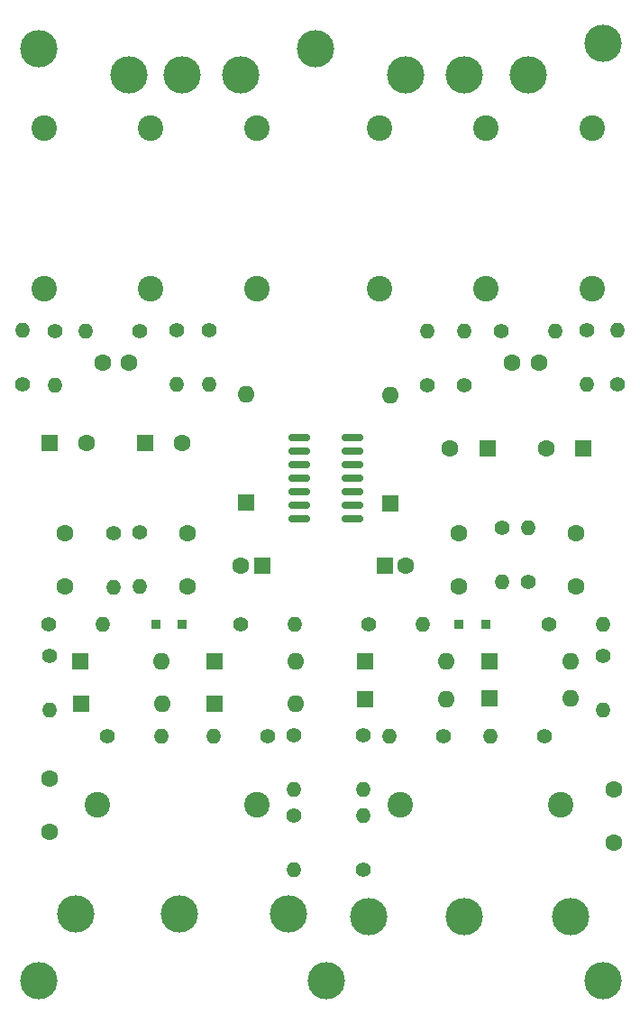
<source format=gbr>
%TF.GenerationSoftware,KiCad,Pcbnew,8.0.5-8.0.5-0~ubuntu24.04.1*%
%TF.CreationDate,2024-09-28T13:56:45+02:00*%
%TF.ProjectId,Highz-stereo,48696768-7a2d-4737-9465-72656f2e6b69,rev?*%
%TF.SameCoordinates,Original*%
%TF.FileFunction,Soldermask,Top*%
%TF.FilePolarity,Negative*%
%FSLAX46Y46*%
G04 Gerber Fmt 4.6, Leading zero omitted, Abs format (unit mm)*
G04 Created by KiCad (PCBNEW 8.0.5-8.0.5-0~ubuntu24.04.1) date 2024-09-28 13:56:45*
%MOMM*%
%LPD*%
G01*
G04 APERTURE LIST*
G04 Aperture macros list*
%AMRoundRect*
0 Rectangle with rounded corners*
0 $1 Rounding radius*
0 $2 $3 $4 $5 $6 $7 $8 $9 X,Y pos of 4 corners*
0 Add a 4 corners polygon primitive as box body*
4,1,4,$2,$3,$4,$5,$6,$7,$8,$9,$2,$3,0*
0 Add four circle primitives for the rounded corners*
1,1,$1+$1,$2,$3*
1,1,$1+$1,$4,$5*
1,1,$1+$1,$6,$7*
1,1,$1+$1,$8,$9*
0 Add four rect primitives between the rounded corners*
20,1,$1+$1,$2,$3,$4,$5,0*
20,1,$1+$1,$4,$5,$6,$7,0*
20,1,$1+$1,$6,$7,$8,$9,0*
20,1,$1+$1,$8,$9,$2,$3,0*%
G04 Aperture macros list end*
%ADD10R,1.600000X1.600000*%
%ADD11C,1.600000*%
%ADD12C,2.400000*%
%ADD13O,1.600000X1.600000*%
%ADD14C,3.500000*%
%ADD15C,1.400000*%
%ADD16O,1.400000X1.400000*%
%ADD17R,0.850000X0.850000*%
%ADD18RoundRect,0.150000X-0.825000X-0.150000X0.825000X-0.150000X0.825000X0.150000X-0.825000X0.150000X0*%
G04 APERTURE END LIST*
D10*
%TO.C,C10*%
X52500000Y-74500000D03*
D11*
X56000000Y-74500000D03*
%TD*%
%TO.C,C9*%
X56500000Y-88000000D03*
X56500000Y-83000000D03*
%TD*%
%TO.C,C6*%
X45000000Y-88000000D03*
X45000000Y-83000000D03*
%TD*%
D12*
%TO.C,C8*%
X63000000Y-108500000D03*
X48000000Y-108500000D03*
%TD*%
D11*
%TO.C,C22*%
X96500000Y-112000000D03*
X96500000Y-107000000D03*
%TD*%
%TO.C,C21*%
X43500000Y-106000000D03*
X43500000Y-111000000D03*
%TD*%
D12*
%TO.C,C20*%
X94500000Y-45000000D03*
X94500000Y-60000000D03*
%TD*%
%TO.C,C19*%
X84500000Y-60000000D03*
X84500000Y-45000000D03*
%TD*%
D11*
%TO.C,C17*%
X93000000Y-88000000D03*
X93000000Y-83000000D03*
%TD*%
D12*
%TO.C,C16*%
X74500000Y-60000000D03*
X74500000Y-45000000D03*
%TD*%
D11*
%TO.C,C14*%
X82000000Y-88000000D03*
X82000000Y-83000000D03*
%TD*%
D12*
%TO.C,C11*%
X76500000Y-108500000D03*
X91500000Y-108500000D03*
%TD*%
%TO.C,C5*%
X53000000Y-60000000D03*
X53000000Y-45000000D03*
%TD*%
%TO.C,C4*%
X63000000Y-60000000D03*
X63000000Y-45000000D03*
%TD*%
D10*
%TO.C,C3*%
X75000000Y-86000000D03*
D11*
X77000000Y-86000000D03*
%TD*%
D12*
%TO.C,C2*%
X43000000Y-60000000D03*
X43000000Y-45000000D03*
%TD*%
D10*
%TO.C,C23*%
X63500000Y-86000000D03*
D11*
X61500000Y-86000000D03*
%TD*%
%TO.C,C1*%
X51000000Y-67000000D03*
X48500000Y-67000000D03*
%TD*%
D10*
%TO.C,D4*%
X46380000Y-95000000D03*
D13*
X54000000Y-95000000D03*
%TD*%
D10*
%TO.C,D5*%
X59000000Y-95000000D03*
D13*
X66620000Y-95000000D03*
%TD*%
D14*
%TO.C,J7*%
X42500000Y-125000000D03*
%TD*%
%TO.C,J8*%
X68500000Y-37500000D03*
%TD*%
%TO.C,J9*%
X42500000Y-37500000D03*
%TD*%
%TO.C,J10*%
X69500000Y-125000000D03*
%TD*%
D15*
%TO.C,R11*%
X49500000Y-82960000D03*
D16*
X49500000Y-88040000D03*
%TD*%
D15*
%TO.C,R5*%
X41000000Y-69000000D03*
D16*
X41000000Y-63920000D03*
%TD*%
D15*
%TO.C,R6*%
X52000000Y-64000000D03*
D16*
X46920000Y-64000000D03*
%TD*%
D15*
%TO.C,R7*%
X44000000Y-64000000D03*
D16*
X44000000Y-69080000D03*
%TD*%
D15*
%TO.C,R2*%
X48920000Y-102000000D03*
D16*
X54000000Y-102000000D03*
%TD*%
D15*
%TO.C,R4*%
X43500000Y-94500000D03*
D16*
X43500000Y-99580000D03*
%TD*%
D15*
%TO.C,R8*%
X58500000Y-63960000D03*
D16*
X58500000Y-69040000D03*
%TD*%
D15*
%TO.C,R9*%
X43460000Y-91500000D03*
D16*
X48540000Y-91500000D03*
%TD*%
D15*
%TO.C,R10*%
X64000000Y-102000000D03*
D16*
X58920000Y-102000000D03*
%TD*%
D10*
%TO.C,D2*%
X46500000Y-99000000D03*
D13*
X54120000Y-99000000D03*
%TD*%
D10*
%TO.C,D3*%
X59000000Y-99000000D03*
D13*
X66620000Y-99000000D03*
%TD*%
D15*
%TO.C,R3*%
X66500000Y-101960000D03*
D16*
X66500000Y-107040000D03*
%TD*%
D15*
%TO.C,R12*%
X61460000Y-91500000D03*
D16*
X66540000Y-91500000D03*
%TD*%
D15*
%TO.C,R13*%
X52000000Y-82920000D03*
D16*
X52000000Y-88000000D03*
%TD*%
D10*
%TO.C,C7*%
X43500000Y-74500000D03*
D11*
X47000000Y-74500000D03*
%TD*%
D14*
%TO.C,J2*%
X66000000Y-118750000D03*
%TD*%
D17*
%TO.C,J3*%
X53500000Y-91500000D03*
%TD*%
D14*
%TO.C,J4*%
X55750000Y-118750000D03*
%TD*%
%TO.C,J5*%
X46000000Y-118750000D03*
%TD*%
D17*
%TO.C,J6*%
X82000000Y-91500000D03*
%TD*%
D15*
%TO.C,R14*%
X95500000Y-94500000D03*
D16*
X95500000Y-99580000D03*
%TD*%
D17*
%TO.C,J14*%
X56000000Y-91500000D03*
%TD*%
%TO.C,J13*%
X84500000Y-91500000D03*
%TD*%
D14*
%TO.C,J17*%
X73500000Y-119000000D03*
%TD*%
D15*
%TO.C,R20*%
X90460000Y-91500000D03*
D16*
X95540000Y-91500000D03*
%TD*%
D18*
%TO.C,U2*%
X67000000Y-74000000D03*
X67000000Y-75270000D03*
X67000000Y-76540000D03*
X67000000Y-77810000D03*
X67000000Y-79080000D03*
X67000000Y-80350000D03*
X67000000Y-81620000D03*
X71950000Y-81620000D03*
X71950000Y-80350000D03*
X71950000Y-79080000D03*
X71950000Y-77810000D03*
X71950000Y-76540000D03*
X71950000Y-75270000D03*
X71950000Y-74000000D03*
%TD*%
D10*
%TO.C,D9*%
X84880000Y-94960000D03*
D13*
X92500000Y-94960000D03*
%TD*%
D10*
%TO.C,D10*%
X62000000Y-80080000D03*
D13*
X62000000Y-69920000D03*
%TD*%
D15*
%TO.C,R25*%
X79000000Y-69080000D03*
D16*
X79000000Y-64000000D03*
%TD*%
D15*
%TO.C,R23*%
X55500000Y-63960000D03*
D16*
X55500000Y-69040000D03*
%TD*%
D14*
%TO.C,J12*%
X95500000Y-37000000D03*
%TD*%
D10*
%TO.C,D8*%
X73190000Y-95040000D03*
D13*
X80810000Y-95040000D03*
%TD*%
D14*
%TO.C,J19*%
X82500000Y-40000000D03*
%TD*%
%TO.C,J16*%
X82500000Y-119000000D03*
%TD*%
D15*
%TO.C,R26*%
X85920000Y-64000000D03*
D16*
X91000000Y-64000000D03*
%TD*%
D10*
%TO.C,C12*%
X84652700Y-75000000D03*
D11*
X81152700Y-75000000D03*
%TD*%
D14*
%TO.C,J20*%
X88500000Y-40000000D03*
%TD*%
%TO.C,J18*%
X77000000Y-40000000D03*
%TD*%
D10*
%TO.C,C15*%
X93652700Y-75000000D03*
D11*
X90152700Y-75000000D03*
%TD*%
D15*
%TO.C,R16*%
X90040000Y-102000000D03*
D16*
X84960000Y-102000000D03*
%TD*%
D15*
%TO.C,R15*%
X73000000Y-101960000D03*
D16*
X73000000Y-107040000D03*
%TD*%
D15*
%TO.C,R22*%
X82500000Y-69080000D03*
D16*
X82500000Y-64000000D03*
%TD*%
D15*
%TO.C,R24*%
X96902700Y-69000000D03*
D16*
X96902700Y-63920000D03*
%TD*%
D15*
%TO.C,R19*%
X86000000Y-82460000D03*
D16*
X86000000Y-87540000D03*
%TD*%
D15*
%TO.C,R28*%
X73000000Y-114580000D03*
D16*
X73000000Y-109500000D03*
%TD*%
D15*
%TO.C,R18*%
X73460000Y-91500000D03*
D16*
X78540000Y-91500000D03*
%TD*%
D14*
%TO.C,J1A1*%
X56000000Y-40000000D03*
%TD*%
%TO.C,J6A1*%
X61500000Y-40000000D03*
%TD*%
%TO.C,J3A1*%
X51000000Y-40000000D03*
%TD*%
%TO.C,J11*%
X92500000Y-119000000D03*
%TD*%
D10*
%TO.C,D1*%
X75500000Y-80160000D03*
D13*
X75500000Y-70000000D03*
%TD*%
D10*
%TO.C,D7*%
X84880000Y-98460000D03*
D13*
X92500000Y-98460000D03*
%TD*%
D10*
%TO.C,D6*%
X73190000Y-98540000D03*
D13*
X80810000Y-98540000D03*
%TD*%
D15*
%TO.C,R27*%
X66500000Y-109500000D03*
D16*
X66500000Y-114580000D03*
%TD*%
D15*
%TO.C,R21*%
X88500000Y-87540000D03*
D16*
X88500000Y-82460000D03*
%TD*%
D15*
%TO.C,R1*%
X94000000Y-63960000D03*
D16*
X94000000Y-69040000D03*
%TD*%
D14*
%TO.C,J1*%
X95500000Y-125000000D03*
%TD*%
D11*
%TO.C,C13*%
X89460000Y-67000000D03*
X86960000Y-67000000D03*
%TD*%
D15*
%TO.C,R17*%
X80540000Y-102000000D03*
D16*
X75460000Y-102000000D03*
%TD*%
M02*

</source>
